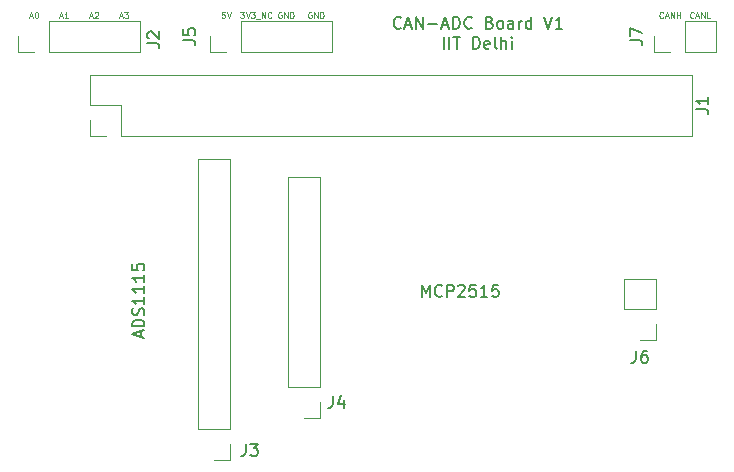
<source format=gbr>
G04 #@! TF.GenerationSoftware,KiCad,Pcbnew,(5.1.0-0)*
G04 #@! TF.CreationDate,2019-04-08T09:35:23+05:30*
G04 #@! TF.ProjectId,CAN_board,43414e5f-626f-4617-9264-2e6b69636164,rev?*
G04 #@! TF.SameCoordinates,Original*
G04 #@! TF.FileFunction,Legend,Top*
G04 #@! TF.FilePolarity,Positive*
%FSLAX46Y46*%
G04 Gerber Fmt 4.6, Leading zero omitted, Abs format (unit mm)*
G04 Created by KiCad (PCBNEW (5.1.0-0)) date 2019-04-08 09:35:23*
%MOMM*%
%LPD*%
G04 APERTURE LIST*
%ADD10C,0.100000*%
%ADD11C,0.150000*%
%ADD12C,0.200000*%
%ADD13C,0.120000*%
G04 APERTURE END LIST*
D10*
X107846857Y-34373333D02*
X108084952Y-34373333D01*
X107799238Y-34516190D02*
X107965904Y-34016190D01*
X108132571Y-34516190D01*
X108394476Y-34016190D02*
X108442095Y-34016190D01*
X108489714Y-34040000D01*
X108513523Y-34063809D01*
X108537333Y-34111428D01*
X108561142Y-34206666D01*
X108561142Y-34325714D01*
X108537333Y-34420952D01*
X108513523Y-34468571D01*
X108489714Y-34492380D01*
X108442095Y-34516190D01*
X108394476Y-34516190D01*
X108346857Y-34492380D01*
X108323047Y-34468571D01*
X108299238Y-34420952D01*
X108275428Y-34325714D01*
X108275428Y-34206666D01*
X108299238Y-34111428D01*
X108323047Y-34063809D01*
X108346857Y-34040000D01*
X108394476Y-34016190D01*
X110386857Y-34373333D02*
X110624952Y-34373333D01*
X110339238Y-34516190D02*
X110505904Y-34016190D01*
X110672571Y-34516190D01*
X111101142Y-34516190D02*
X110815428Y-34516190D01*
X110958285Y-34516190D02*
X110958285Y-34016190D01*
X110910666Y-34087619D01*
X110863047Y-34135238D01*
X110815428Y-34159047D01*
X112926857Y-34373333D02*
X113164952Y-34373333D01*
X112879238Y-34516190D02*
X113045904Y-34016190D01*
X113212571Y-34516190D01*
X113355428Y-34063809D02*
X113379238Y-34040000D01*
X113426857Y-34016190D01*
X113545904Y-34016190D01*
X113593523Y-34040000D01*
X113617333Y-34063809D01*
X113641142Y-34111428D01*
X113641142Y-34159047D01*
X113617333Y-34230476D01*
X113331619Y-34516190D01*
X113641142Y-34516190D01*
X115466857Y-34373333D02*
X115704952Y-34373333D01*
X115419238Y-34516190D02*
X115585904Y-34016190D01*
X115752571Y-34516190D01*
X115871619Y-34016190D02*
X116181142Y-34016190D01*
X116014476Y-34206666D01*
X116085904Y-34206666D01*
X116133523Y-34230476D01*
X116157333Y-34254285D01*
X116181142Y-34301904D01*
X116181142Y-34420952D01*
X116157333Y-34468571D01*
X116133523Y-34492380D01*
X116085904Y-34516190D01*
X115943047Y-34516190D01*
X115895428Y-34492380D01*
X115871619Y-34468571D01*
X124364761Y-34016190D02*
X124126666Y-34016190D01*
X124102857Y-34254285D01*
X124126666Y-34230476D01*
X124174285Y-34206666D01*
X124293333Y-34206666D01*
X124340952Y-34230476D01*
X124364761Y-34254285D01*
X124388571Y-34301904D01*
X124388571Y-34420952D01*
X124364761Y-34468571D01*
X124340952Y-34492380D01*
X124293333Y-34516190D01*
X124174285Y-34516190D01*
X124126666Y-34492380D01*
X124102857Y-34468571D01*
X124531428Y-34016190D02*
X124698095Y-34516190D01*
X124864761Y-34016190D01*
X125678571Y-34016190D02*
X125988095Y-34016190D01*
X125821428Y-34206666D01*
X125892857Y-34206666D01*
X125940476Y-34230476D01*
X125964285Y-34254285D01*
X125988095Y-34301904D01*
X125988095Y-34420952D01*
X125964285Y-34468571D01*
X125940476Y-34492380D01*
X125892857Y-34516190D01*
X125750000Y-34516190D01*
X125702380Y-34492380D01*
X125678571Y-34468571D01*
X126130952Y-34016190D02*
X126297619Y-34516190D01*
X126464285Y-34016190D01*
X126583333Y-34016190D02*
X126892857Y-34016190D01*
X126726190Y-34206666D01*
X126797619Y-34206666D01*
X126845238Y-34230476D01*
X126869047Y-34254285D01*
X126892857Y-34301904D01*
X126892857Y-34420952D01*
X126869047Y-34468571D01*
X126845238Y-34492380D01*
X126797619Y-34516190D01*
X126654761Y-34516190D01*
X126607142Y-34492380D01*
X126583333Y-34468571D01*
X126988095Y-34563809D02*
X127369047Y-34563809D01*
X127488095Y-34516190D02*
X127488095Y-34016190D01*
X127773809Y-34516190D01*
X127773809Y-34016190D01*
X128297619Y-34468571D02*
X128273809Y-34492380D01*
X128202380Y-34516190D01*
X128154761Y-34516190D01*
X128083333Y-34492380D01*
X128035714Y-34444761D01*
X128011904Y-34397142D01*
X127988095Y-34301904D01*
X127988095Y-34230476D01*
X128011904Y-34135238D01*
X128035714Y-34087619D01*
X128083333Y-34040000D01*
X128154761Y-34016190D01*
X128202380Y-34016190D01*
X128273809Y-34040000D01*
X128297619Y-34063809D01*
X129159047Y-34040000D02*
X129111428Y-34016190D01*
X129040000Y-34016190D01*
X128968571Y-34040000D01*
X128920952Y-34087619D01*
X128897142Y-34135238D01*
X128873333Y-34230476D01*
X128873333Y-34301904D01*
X128897142Y-34397142D01*
X128920952Y-34444761D01*
X128968571Y-34492380D01*
X129040000Y-34516190D01*
X129087619Y-34516190D01*
X129159047Y-34492380D01*
X129182857Y-34468571D01*
X129182857Y-34301904D01*
X129087619Y-34301904D01*
X129397142Y-34516190D02*
X129397142Y-34016190D01*
X129682857Y-34516190D01*
X129682857Y-34016190D01*
X129920952Y-34516190D02*
X129920952Y-34016190D01*
X130040000Y-34016190D01*
X130111428Y-34040000D01*
X130159047Y-34087619D01*
X130182857Y-34135238D01*
X130206666Y-34230476D01*
X130206666Y-34301904D01*
X130182857Y-34397142D01*
X130159047Y-34444761D01*
X130111428Y-34492380D01*
X130040000Y-34516190D01*
X129920952Y-34516190D01*
X131699047Y-34040000D02*
X131651428Y-34016190D01*
X131580000Y-34016190D01*
X131508571Y-34040000D01*
X131460952Y-34087619D01*
X131437142Y-34135238D01*
X131413333Y-34230476D01*
X131413333Y-34301904D01*
X131437142Y-34397142D01*
X131460952Y-34444761D01*
X131508571Y-34492380D01*
X131580000Y-34516190D01*
X131627619Y-34516190D01*
X131699047Y-34492380D01*
X131722857Y-34468571D01*
X131722857Y-34301904D01*
X131627619Y-34301904D01*
X131937142Y-34516190D02*
X131937142Y-34016190D01*
X132222857Y-34516190D01*
X132222857Y-34016190D01*
X132460952Y-34516190D02*
X132460952Y-34016190D01*
X132580000Y-34016190D01*
X132651428Y-34040000D01*
X132699047Y-34087619D01*
X132722857Y-34135238D01*
X132746666Y-34230476D01*
X132746666Y-34301904D01*
X132722857Y-34397142D01*
X132699047Y-34444761D01*
X132651428Y-34492380D01*
X132580000Y-34516190D01*
X132460952Y-34516190D01*
X164068190Y-34468571D02*
X164044380Y-34492380D01*
X163972952Y-34516190D01*
X163925333Y-34516190D01*
X163853904Y-34492380D01*
X163806285Y-34444761D01*
X163782476Y-34397142D01*
X163758666Y-34301904D01*
X163758666Y-34230476D01*
X163782476Y-34135238D01*
X163806285Y-34087619D01*
X163853904Y-34040000D01*
X163925333Y-34016190D01*
X163972952Y-34016190D01*
X164044380Y-34040000D01*
X164068190Y-34063809D01*
X164258666Y-34373333D02*
X164496761Y-34373333D01*
X164211047Y-34516190D02*
X164377714Y-34016190D01*
X164544380Y-34516190D01*
X164711047Y-34516190D02*
X164711047Y-34016190D01*
X164996761Y-34516190D01*
X164996761Y-34016190D01*
X165472952Y-34516190D02*
X165234857Y-34516190D01*
X165234857Y-34016190D01*
X161468666Y-34468571D02*
X161444857Y-34492380D01*
X161373428Y-34516190D01*
X161325809Y-34516190D01*
X161254380Y-34492380D01*
X161206761Y-34444761D01*
X161182952Y-34397142D01*
X161159142Y-34301904D01*
X161159142Y-34230476D01*
X161182952Y-34135238D01*
X161206761Y-34087619D01*
X161254380Y-34040000D01*
X161325809Y-34016190D01*
X161373428Y-34016190D01*
X161444857Y-34040000D01*
X161468666Y-34063809D01*
X161659142Y-34373333D02*
X161897238Y-34373333D01*
X161611523Y-34516190D02*
X161778190Y-34016190D01*
X161944857Y-34516190D01*
X162111523Y-34516190D02*
X162111523Y-34016190D01*
X162397238Y-34516190D01*
X162397238Y-34016190D01*
X162635333Y-34516190D02*
X162635333Y-34016190D01*
X162635333Y-34254285D02*
X162921047Y-34254285D01*
X162921047Y-34516190D02*
X162921047Y-34016190D01*
D11*
X117260666Y-61539047D02*
X117260666Y-61062857D01*
X117546380Y-61634285D02*
X116546380Y-61300952D01*
X117546380Y-60967619D01*
X117546380Y-60634285D02*
X116546380Y-60634285D01*
X116546380Y-60396190D01*
X116594000Y-60253333D01*
X116689238Y-60158095D01*
X116784476Y-60110476D01*
X116974952Y-60062857D01*
X117117809Y-60062857D01*
X117308285Y-60110476D01*
X117403523Y-60158095D01*
X117498761Y-60253333D01*
X117546380Y-60396190D01*
X117546380Y-60634285D01*
X117498761Y-59681904D02*
X117546380Y-59539047D01*
X117546380Y-59300952D01*
X117498761Y-59205714D01*
X117451142Y-59158095D01*
X117355904Y-59110476D01*
X117260666Y-59110476D01*
X117165428Y-59158095D01*
X117117809Y-59205714D01*
X117070190Y-59300952D01*
X117022571Y-59491428D01*
X116974952Y-59586666D01*
X116927333Y-59634285D01*
X116832095Y-59681904D01*
X116736857Y-59681904D01*
X116641619Y-59634285D01*
X116594000Y-59586666D01*
X116546380Y-59491428D01*
X116546380Y-59253333D01*
X116594000Y-59110476D01*
X117546380Y-58158095D02*
X117546380Y-58729523D01*
X117546380Y-58443809D02*
X116546380Y-58443809D01*
X116689238Y-58539047D01*
X116784476Y-58634285D01*
X116832095Y-58729523D01*
X117546380Y-57205714D02*
X117546380Y-57777142D01*
X117546380Y-57491428D02*
X116546380Y-57491428D01*
X116689238Y-57586666D01*
X116784476Y-57681904D01*
X116832095Y-57777142D01*
X117546380Y-56253333D02*
X117546380Y-56824761D01*
X117546380Y-56539047D02*
X116546380Y-56539047D01*
X116689238Y-56634285D01*
X116784476Y-56729523D01*
X116832095Y-56824761D01*
X116546380Y-55348571D02*
X116546380Y-55824761D01*
X117022571Y-55872380D01*
X116974952Y-55824761D01*
X116927333Y-55729523D01*
X116927333Y-55491428D01*
X116974952Y-55396190D01*
X117022571Y-55348571D01*
X117117809Y-55300952D01*
X117355904Y-55300952D01*
X117451142Y-55348571D01*
X117498761Y-55396190D01*
X117546380Y-55491428D01*
X117546380Y-55729523D01*
X117498761Y-55824761D01*
X117451142Y-55872380D01*
X141033904Y-58110380D02*
X141033904Y-57110380D01*
X141367238Y-57824666D01*
X141700571Y-57110380D01*
X141700571Y-58110380D01*
X142748190Y-58015142D02*
X142700571Y-58062761D01*
X142557714Y-58110380D01*
X142462476Y-58110380D01*
X142319619Y-58062761D01*
X142224380Y-57967523D01*
X142176761Y-57872285D01*
X142129142Y-57681809D01*
X142129142Y-57538952D01*
X142176761Y-57348476D01*
X142224380Y-57253238D01*
X142319619Y-57158000D01*
X142462476Y-57110380D01*
X142557714Y-57110380D01*
X142700571Y-57158000D01*
X142748190Y-57205619D01*
X143176761Y-58110380D02*
X143176761Y-57110380D01*
X143557714Y-57110380D01*
X143652952Y-57158000D01*
X143700571Y-57205619D01*
X143748190Y-57300857D01*
X143748190Y-57443714D01*
X143700571Y-57538952D01*
X143652952Y-57586571D01*
X143557714Y-57634190D01*
X143176761Y-57634190D01*
X144129142Y-57205619D02*
X144176761Y-57158000D01*
X144272000Y-57110380D01*
X144510095Y-57110380D01*
X144605333Y-57158000D01*
X144652952Y-57205619D01*
X144700571Y-57300857D01*
X144700571Y-57396095D01*
X144652952Y-57538952D01*
X144081523Y-58110380D01*
X144700571Y-58110380D01*
X145605333Y-57110380D02*
X145129142Y-57110380D01*
X145081523Y-57586571D01*
X145129142Y-57538952D01*
X145224380Y-57491333D01*
X145462476Y-57491333D01*
X145557714Y-57538952D01*
X145605333Y-57586571D01*
X145652952Y-57681809D01*
X145652952Y-57919904D01*
X145605333Y-58015142D01*
X145557714Y-58062761D01*
X145462476Y-58110380D01*
X145224380Y-58110380D01*
X145129142Y-58062761D01*
X145081523Y-58015142D01*
X146605333Y-58110380D02*
X146033904Y-58110380D01*
X146319619Y-58110380D02*
X146319619Y-57110380D01*
X146224380Y-57253238D01*
X146129142Y-57348476D01*
X146033904Y-57396095D01*
X147510095Y-57110380D02*
X147033904Y-57110380D01*
X146986285Y-57586571D01*
X147033904Y-57538952D01*
X147129142Y-57491333D01*
X147367238Y-57491333D01*
X147462476Y-57538952D01*
X147510095Y-57586571D01*
X147557714Y-57681809D01*
X147557714Y-57919904D01*
X147510095Y-58015142D01*
X147462476Y-58062761D01*
X147367238Y-58110380D01*
X147129142Y-58110380D01*
X147033904Y-58062761D01*
X146986285Y-58015142D01*
D12*
X139272190Y-35321142D02*
X139224571Y-35368761D01*
X139081714Y-35416380D01*
X138986476Y-35416380D01*
X138843619Y-35368761D01*
X138748380Y-35273523D01*
X138700761Y-35178285D01*
X138653142Y-34987809D01*
X138653142Y-34844952D01*
X138700761Y-34654476D01*
X138748380Y-34559238D01*
X138843619Y-34464000D01*
X138986476Y-34416380D01*
X139081714Y-34416380D01*
X139224571Y-34464000D01*
X139272190Y-34511619D01*
X139653142Y-35130666D02*
X140129333Y-35130666D01*
X139557904Y-35416380D02*
X139891238Y-34416380D01*
X140224571Y-35416380D01*
X140557904Y-35416380D02*
X140557904Y-34416380D01*
X141129333Y-35416380D01*
X141129333Y-34416380D01*
X141605523Y-35035428D02*
X142367428Y-35035428D01*
X142796000Y-35130666D02*
X143272190Y-35130666D01*
X142700761Y-35416380D02*
X143034095Y-34416380D01*
X143367428Y-35416380D01*
X143700761Y-35416380D02*
X143700761Y-34416380D01*
X143938857Y-34416380D01*
X144081714Y-34464000D01*
X144176952Y-34559238D01*
X144224571Y-34654476D01*
X144272190Y-34844952D01*
X144272190Y-34987809D01*
X144224571Y-35178285D01*
X144176952Y-35273523D01*
X144081714Y-35368761D01*
X143938857Y-35416380D01*
X143700761Y-35416380D01*
X145272190Y-35321142D02*
X145224571Y-35368761D01*
X145081714Y-35416380D01*
X144986476Y-35416380D01*
X144843619Y-35368761D01*
X144748380Y-35273523D01*
X144700761Y-35178285D01*
X144653142Y-34987809D01*
X144653142Y-34844952D01*
X144700761Y-34654476D01*
X144748380Y-34559238D01*
X144843619Y-34464000D01*
X144986476Y-34416380D01*
X145081714Y-34416380D01*
X145224571Y-34464000D01*
X145272190Y-34511619D01*
X146796000Y-34892571D02*
X146938857Y-34940190D01*
X146986476Y-34987809D01*
X147034095Y-35083047D01*
X147034095Y-35225904D01*
X146986476Y-35321142D01*
X146938857Y-35368761D01*
X146843619Y-35416380D01*
X146462666Y-35416380D01*
X146462666Y-34416380D01*
X146796000Y-34416380D01*
X146891238Y-34464000D01*
X146938857Y-34511619D01*
X146986476Y-34606857D01*
X146986476Y-34702095D01*
X146938857Y-34797333D01*
X146891238Y-34844952D01*
X146796000Y-34892571D01*
X146462666Y-34892571D01*
X147605523Y-35416380D02*
X147510285Y-35368761D01*
X147462666Y-35321142D01*
X147415047Y-35225904D01*
X147415047Y-34940190D01*
X147462666Y-34844952D01*
X147510285Y-34797333D01*
X147605523Y-34749714D01*
X147748380Y-34749714D01*
X147843619Y-34797333D01*
X147891238Y-34844952D01*
X147938857Y-34940190D01*
X147938857Y-35225904D01*
X147891238Y-35321142D01*
X147843619Y-35368761D01*
X147748380Y-35416380D01*
X147605523Y-35416380D01*
X148796000Y-35416380D02*
X148796000Y-34892571D01*
X148748380Y-34797333D01*
X148653142Y-34749714D01*
X148462666Y-34749714D01*
X148367428Y-34797333D01*
X148796000Y-35368761D02*
X148700761Y-35416380D01*
X148462666Y-35416380D01*
X148367428Y-35368761D01*
X148319809Y-35273523D01*
X148319809Y-35178285D01*
X148367428Y-35083047D01*
X148462666Y-35035428D01*
X148700761Y-35035428D01*
X148796000Y-34987809D01*
X149272190Y-35416380D02*
X149272190Y-34749714D01*
X149272190Y-34940190D02*
X149319809Y-34844952D01*
X149367428Y-34797333D01*
X149462666Y-34749714D01*
X149557904Y-34749714D01*
X150319809Y-35416380D02*
X150319809Y-34416380D01*
X150319809Y-35368761D02*
X150224571Y-35416380D01*
X150034095Y-35416380D01*
X149938857Y-35368761D01*
X149891238Y-35321142D01*
X149843619Y-35225904D01*
X149843619Y-34940190D01*
X149891238Y-34844952D01*
X149938857Y-34797333D01*
X150034095Y-34749714D01*
X150224571Y-34749714D01*
X150319809Y-34797333D01*
X151415047Y-34416380D02*
X151748380Y-35416380D01*
X152081714Y-34416380D01*
X152938857Y-35416380D02*
X152367428Y-35416380D01*
X152653142Y-35416380D02*
X152653142Y-34416380D01*
X152557904Y-34559238D01*
X152462666Y-34654476D01*
X152367428Y-34702095D01*
X142915047Y-37116380D02*
X142915047Y-36116380D01*
X143391238Y-37116380D02*
X143391238Y-36116380D01*
X143724571Y-36116380D02*
X144296000Y-36116380D01*
X144010285Y-37116380D02*
X144010285Y-36116380D01*
X145391238Y-37116380D02*
X145391238Y-36116380D01*
X145629333Y-36116380D01*
X145772190Y-36164000D01*
X145867428Y-36259238D01*
X145915047Y-36354476D01*
X145962666Y-36544952D01*
X145962666Y-36687809D01*
X145915047Y-36878285D01*
X145867428Y-36973523D01*
X145772190Y-37068761D01*
X145629333Y-37116380D01*
X145391238Y-37116380D01*
X146772190Y-37068761D02*
X146676952Y-37116380D01*
X146486476Y-37116380D01*
X146391238Y-37068761D01*
X146343619Y-36973523D01*
X146343619Y-36592571D01*
X146391238Y-36497333D01*
X146486476Y-36449714D01*
X146676952Y-36449714D01*
X146772190Y-36497333D01*
X146819809Y-36592571D01*
X146819809Y-36687809D01*
X146343619Y-36783047D01*
X147391238Y-37116380D02*
X147296000Y-37068761D01*
X147248380Y-36973523D01*
X147248380Y-36116380D01*
X147772190Y-37116380D02*
X147772190Y-36116380D01*
X148200761Y-37116380D02*
X148200761Y-36592571D01*
X148153142Y-36497333D01*
X148057904Y-36449714D01*
X147915047Y-36449714D01*
X147819809Y-36497333D01*
X147772190Y-36544952D01*
X148676952Y-37116380D02*
X148676952Y-36449714D01*
X148676952Y-36116380D02*
X148629333Y-36164000D01*
X148676952Y-36211619D01*
X148724571Y-36164000D01*
X148676952Y-36116380D01*
X148676952Y-36211619D01*
D13*
X163890000Y-44510000D02*
X163890000Y-39310000D01*
X115570000Y-44510000D02*
X163890000Y-44510000D01*
X112970000Y-39310000D02*
X163890000Y-39310000D01*
X115570000Y-44510000D02*
X115570000Y-41910000D01*
X115570000Y-41910000D02*
X112970000Y-41910000D01*
X112970000Y-41910000D02*
X112970000Y-39310000D01*
X114300000Y-44510000D02*
X112970000Y-44510000D01*
X112970000Y-44510000D02*
X112970000Y-43180000D01*
X132394000Y-68386000D02*
X131064000Y-68386000D01*
X132394000Y-67056000D02*
X132394000Y-68386000D01*
X132394000Y-65786000D02*
X129734000Y-65786000D01*
X129734000Y-65786000D02*
X129734000Y-47946000D01*
X132394000Y-65786000D02*
X132394000Y-47946000D01*
X132394000Y-47946000D02*
X129734000Y-47946000D01*
X160842000Y-56582000D02*
X158182000Y-56582000D01*
X160842000Y-59182000D02*
X160842000Y-56582000D01*
X158182000Y-59182000D02*
X158182000Y-56582000D01*
X160842000Y-59182000D02*
X158182000Y-59182000D01*
X160842000Y-60452000D02*
X160842000Y-61782000D01*
X160842000Y-61782000D02*
X159512000Y-61782000D01*
X106874000Y-37398000D02*
X106874000Y-36068000D01*
X108204000Y-37398000D02*
X106874000Y-37398000D01*
X109474000Y-37398000D02*
X109474000Y-34738000D01*
X109474000Y-34738000D02*
X117154000Y-34738000D01*
X109474000Y-37398000D02*
X117154000Y-37398000D01*
X117154000Y-37398000D02*
X117154000Y-34738000D01*
X124774000Y-46422000D02*
X122114000Y-46422000D01*
X124774000Y-69342000D02*
X124774000Y-46422000D01*
X122114000Y-69342000D02*
X122114000Y-46422000D01*
X124774000Y-69342000D02*
X122114000Y-69342000D01*
X124774000Y-70612000D02*
X124774000Y-71942000D01*
X124774000Y-71942000D02*
X123444000Y-71942000D01*
X133410000Y-37398000D02*
X133410000Y-34738000D01*
X125730000Y-37398000D02*
X133410000Y-37398000D01*
X125730000Y-34738000D02*
X133410000Y-34738000D01*
X125730000Y-37398000D02*
X125730000Y-34738000D01*
X124460000Y-37398000D02*
X123130000Y-37398000D01*
X123130000Y-37398000D02*
X123130000Y-36068000D01*
X160722000Y-37398000D02*
X160722000Y-36068000D01*
X162052000Y-37398000D02*
X160722000Y-37398000D01*
X163322000Y-37398000D02*
X163322000Y-34738000D01*
X163322000Y-34738000D02*
X165922000Y-34738000D01*
X163322000Y-37398000D02*
X165922000Y-37398000D01*
X165922000Y-37398000D02*
X165922000Y-34738000D01*
D11*
X164298380Y-42243333D02*
X165012666Y-42243333D01*
X165155523Y-42290952D01*
X165250761Y-42386190D01*
X165298380Y-42529047D01*
X165298380Y-42624285D01*
X165298380Y-41243333D02*
X165298380Y-41814761D01*
X165298380Y-41529047D02*
X164298380Y-41529047D01*
X164441238Y-41624285D01*
X164536476Y-41719523D01*
X164584095Y-41814761D01*
X133524666Y-66508380D02*
X133524666Y-67222666D01*
X133477047Y-67365523D01*
X133381809Y-67460761D01*
X133238952Y-67508380D01*
X133143714Y-67508380D01*
X134429428Y-66841714D02*
X134429428Y-67508380D01*
X134191333Y-66460761D02*
X133953238Y-67175047D01*
X134572285Y-67175047D01*
X159178666Y-62698380D02*
X159178666Y-63412666D01*
X159131047Y-63555523D01*
X159035809Y-63650761D01*
X158892952Y-63698380D01*
X158797714Y-63698380D01*
X160083428Y-62698380D02*
X159892952Y-62698380D01*
X159797714Y-62746000D01*
X159750095Y-62793619D01*
X159654857Y-62936476D01*
X159607238Y-63126952D01*
X159607238Y-63507904D01*
X159654857Y-63603142D01*
X159702476Y-63650761D01*
X159797714Y-63698380D01*
X159988190Y-63698380D01*
X160083428Y-63650761D01*
X160131047Y-63603142D01*
X160178666Y-63507904D01*
X160178666Y-63269809D01*
X160131047Y-63174571D01*
X160083428Y-63126952D01*
X159988190Y-63079333D01*
X159797714Y-63079333D01*
X159702476Y-63126952D01*
X159654857Y-63174571D01*
X159607238Y-63269809D01*
X117816380Y-36655333D02*
X118530666Y-36655333D01*
X118673523Y-36702952D01*
X118768761Y-36798190D01*
X118816380Y-36941047D01*
X118816380Y-37036285D01*
X117911619Y-36226761D02*
X117864000Y-36179142D01*
X117816380Y-36083904D01*
X117816380Y-35845809D01*
X117864000Y-35750571D01*
X117911619Y-35702952D01*
X118006857Y-35655333D01*
X118102095Y-35655333D01*
X118244952Y-35702952D01*
X118816380Y-36274380D01*
X118816380Y-35655333D01*
X126158666Y-70572380D02*
X126158666Y-71286666D01*
X126111047Y-71429523D01*
X126015809Y-71524761D01*
X125872952Y-71572380D01*
X125777714Y-71572380D01*
X126539619Y-70572380D02*
X127158666Y-70572380D01*
X126825333Y-70953333D01*
X126968190Y-70953333D01*
X127063428Y-71000952D01*
X127111047Y-71048571D01*
X127158666Y-71143809D01*
X127158666Y-71381904D01*
X127111047Y-71477142D01*
X127063428Y-71524761D01*
X126968190Y-71572380D01*
X126682476Y-71572380D01*
X126587238Y-71524761D01*
X126539619Y-71477142D01*
X120864380Y-36401333D02*
X121578666Y-36401333D01*
X121721523Y-36448952D01*
X121816761Y-36544190D01*
X121864380Y-36687047D01*
X121864380Y-36782285D01*
X120864380Y-35448952D02*
X120864380Y-35925142D01*
X121340571Y-35972761D01*
X121292952Y-35925142D01*
X121245333Y-35829904D01*
X121245333Y-35591809D01*
X121292952Y-35496571D01*
X121340571Y-35448952D01*
X121435809Y-35401333D01*
X121673904Y-35401333D01*
X121769142Y-35448952D01*
X121816761Y-35496571D01*
X121864380Y-35591809D01*
X121864380Y-35829904D01*
X121816761Y-35925142D01*
X121769142Y-35972761D01*
X158710380Y-36401333D02*
X159424666Y-36401333D01*
X159567523Y-36448952D01*
X159662761Y-36544190D01*
X159710380Y-36687047D01*
X159710380Y-36782285D01*
X158710380Y-36020380D02*
X158710380Y-35353714D01*
X159710380Y-35782285D01*
M02*

</source>
